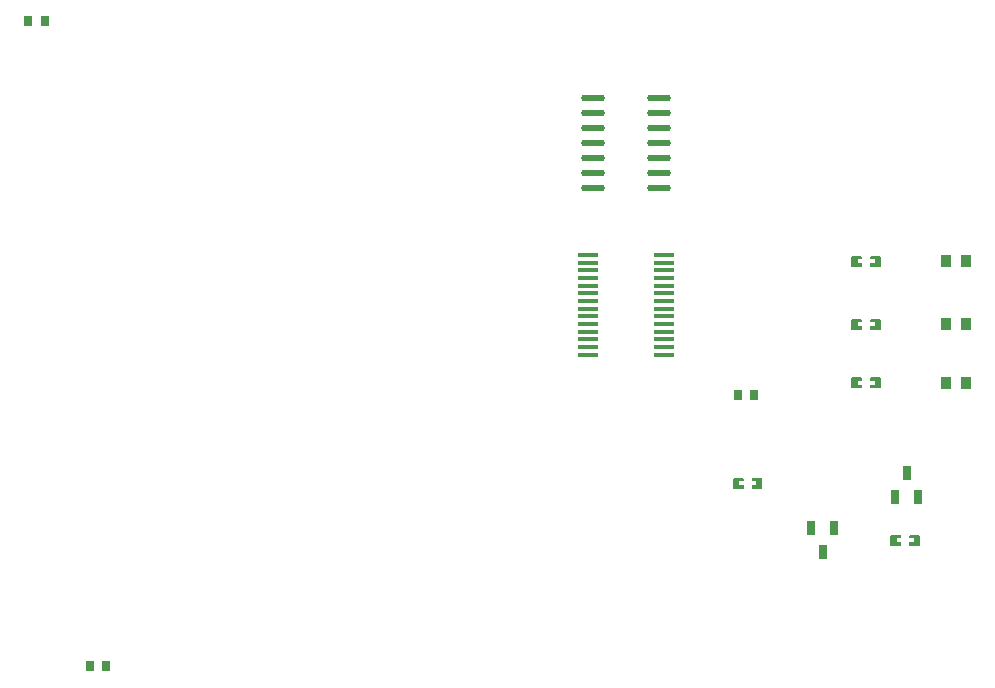
<source format=gtp>
G04 Layer: TopPasteMaskLayer*
G04 EasyEDA v6.5.22, 2023-03-21 19:31:51*
G04 afc67292cab7459ea135deb86c664b34,e659aa28fce94fba860684ee23aa467a,10*
G04 Gerber Generator version 0.2*
G04 Scale: 100 percent, Rotated: No, Reflected: No *
G04 Dimensions in millimeters *
G04 leading zeros omitted , absolute positions ,4 integer and 5 decimal *
%FSLAX45Y45*%
%MOMM*%

%ADD10R,0.8000X0.9000*%
%ADD11R,0.8999X1.0000*%
%ADD12R,0.7000X1.2500*%
%ADD13O,1.8034X0.40640000000000004*%
%ADD14O,2.0379944X0.5739892*%

%LPD*%
G36*
X8421522Y11589308D02*
G01*
X8416493Y11584279D01*
X8416493Y11561521D01*
X8453475Y11561521D01*
X8453475Y11528501D01*
X8416493Y11528501D01*
X8416493Y11504320D01*
X8421522Y11499291D01*
X8501481Y11499291D01*
X8506510Y11504320D01*
X8506510Y11584279D01*
X8501481Y11589308D01*
G37*
G36*
X8262518Y11589308D02*
G01*
X8257489Y11584279D01*
X8257489Y11504320D01*
X8262518Y11499291D01*
X8341512Y11499291D01*
X8346490Y11504320D01*
X8346490Y11528501D01*
X8308492Y11528501D01*
X8308492Y11561521D01*
X8346490Y11561521D01*
X8346490Y11584279D01*
X8341512Y11589308D01*
G37*
G36*
X8421522Y11055908D02*
G01*
X8416493Y11050879D01*
X8416493Y11028121D01*
X8453475Y11028121D01*
X8453475Y10995101D01*
X8416493Y10995101D01*
X8416493Y10970920D01*
X8421522Y10965891D01*
X8501481Y10965891D01*
X8506510Y10970920D01*
X8506510Y11050879D01*
X8501481Y11055908D01*
G37*
G36*
X8262518Y11055908D02*
G01*
X8257489Y11050879D01*
X8257489Y10970920D01*
X8262518Y10965891D01*
X8341512Y10965891D01*
X8346490Y10970920D01*
X8346490Y10995101D01*
X8308492Y10995101D01*
X8308492Y11028121D01*
X8346490Y11028121D01*
X8346490Y11050879D01*
X8341512Y11055908D01*
G37*
G36*
X8421522Y10560608D02*
G01*
X8416493Y10555579D01*
X8416493Y10532821D01*
X8453475Y10532821D01*
X8453475Y10499801D01*
X8416493Y10499801D01*
X8416493Y10475620D01*
X8421522Y10470591D01*
X8501481Y10470591D01*
X8506510Y10475620D01*
X8506510Y10555579D01*
X8501481Y10560608D01*
G37*
G36*
X8262518Y10560608D02*
G01*
X8257489Y10555579D01*
X8257489Y10475620D01*
X8262518Y10470591D01*
X8341512Y10470591D01*
X8346490Y10475620D01*
X8346490Y10499801D01*
X8308492Y10499801D01*
X8308492Y10532821D01*
X8346490Y10532821D01*
X8346490Y10555579D01*
X8341512Y10560608D01*
G37*
G36*
X7418222Y9709708D02*
G01*
X7413193Y9704679D01*
X7413193Y9681921D01*
X7450175Y9681921D01*
X7450175Y9648901D01*
X7413193Y9648901D01*
X7413193Y9624720D01*
X7418222Y9619691D01*
X7498181Y9619691D01*
X7503210Y9624720D01*
X7503210Y9704679D01*
X7498181Y9709708D01*
G37*
G36*
X7259218Y9709708D02*
G01*
X7254189Y9704679D01*
X7254189Y9624720D01*
X7259218Y9619691D01*
X7338212Y9619691D01*
X7343190Y9624720D01*
X7343190Y9648901D01*
X7305192Y9648901D01*
X7305192Y9681921D01*
X7343190Y9681921D01*
X7343190Y9704679D01*
X7338212Y9709708D01*
G37*
G36*
X8592718Y9227108D02*
G01*
X8587689Y9222079D01*
X8587689Y9142120D01*
X8592718Y9137091D01*
X8672677Y9137091D01*
X8677706Y9142120D01*
X8677706Y9164878D01*
X8640724Y9164878D01*
X8640724Y9197898D01*
X8677706Y9197898D01*
X8677706Y9222079D01*
X8672677Y9227108D01*
G37*
G36*
X8752687Y9227108D02*
G01*
X8747709Y9222079D01*
X8747709Y9197898D01*
X8785707Y9197898D01*
X8785707Y9164878D01*
X8747709Y9164878D01*
X8747709Y9142120D01*
X8752687Y9137091D01*
X8831681Y9137091D01*
X8836710Y9142120D01*
X8836710Y9222079D01*
X8831681Y9227108D01*
G37*
D10*
G01*
X7436002Y10414000D03*
G01*
X7295997Y10414000D03*
G01*
X1949602Y8115300D03*
G01*
X1809597Y8115300D03*
G01*
X1428902Y13576300D03*
G01*
X1288897Y13576300D03*
D11*
G01*
X9229064Y11544223D03*
G01*
X9059062Y11544223D03*
G01*
X9229064Y10515523D03*
G01*
X9059062Y10515523D03*
G01*
X9229064Y11010823D03*
G01*
X9059062Y11010823D03*
D12*
G01*
X8629904Y9552000D03*
G01*
X8819895Y9552000D03*
G01*
X8724900Y9751999D03*
D13*
G01*
X6030010Y11598503D03*
G01*
X6030010Y11533504D03*
G01*
X6030010Y11468480D03*
G01*
X6030010Y11403482D03*
G01*
X6030010Y11338483D03*
G01*
X6030010Y11273485D03*
G01*
X6030010Y11208486D03*
G01*
X6030010Y11143487D03*
G01*
X6030010Y11078489D03*
G01*
X6030010Y11013490D03*
G01*
X6030010Y10948492D03*
G01*
X6030010Y10883493D03*
G01*
X6030010Y10818495D03*
G01*
X6030010Y10753470D03*
G01*
X6669989Y10753470D03*
G01*
X6669989Y10818495D03*
G01*
X6669989Y10883493D03*
G01*
X6669989Y10948492D03*
G01*
X6669989Y11013490D03*
G01*
X6669989Y11078489D03*
G01*
X6669989Y11143487D03*
G01*
X6669989Y11208486D03*
G01*
X6669989Y11273485D03*
G01*
X6669989Y11338483D03*
G01*
X6669989Y11403482D03*
G01*
X6669989Y11468480D03*
G01*
X6669989Y11533479D03*
G01*
X6669989Y11598478D03*
D14*
G01*
X6073089Y12928600D03*
G01*
X6073089Y12801600D03*
G01*
X6073089Y12674600D03*
G01*
X6073089Y12547600D03*
G01*
X6073089Y12420600D03*
G01*
X6073089Y12293600D03*
G01*
X6073089Y12166600D03*
G01*
X6626910Y12928600D03*
G01*
X6626910Y12801600D03*
G01*
X6626910Y12674600D03*
G01*
X6626910Y12547600D03*
G01*
X6626910Y12420600D03*
G01*
X6626910Y12293600D03*
G01*
X6626910Y12166600D03*
D12*
G01*
X8108695Y9282099D03*
G01*
X7918704Y9282099D03*
G01*
X8013700Y9082100D03*
M02*

</source>
